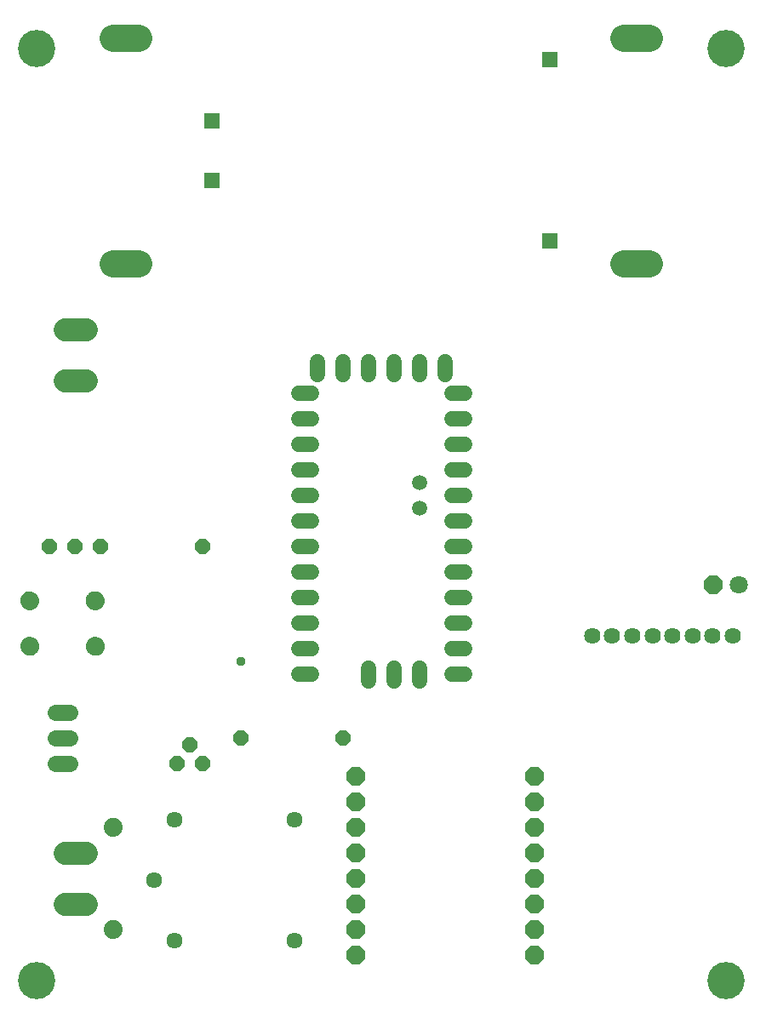
<source format=gbr>
G04 EAGLE Gerber RS-274X export*
G75*
%MOMM*%
%FSLAX34Y34*%
%LPD*%
%INSoldermask Bottom*%
%IPPOS*%
%AMOC8*
5,1,8,0,0,1.08239X$1,22.5*%
G01*
%ADD10C,3.703200*%
%ADD11P,1.951982X8X202.500000*%
%ADD12C,1.803400*%
%ADD13C,2.743200*%
%ADD14C,1.625600*%
%ADD15P,1.649562X8X22.500000*%
%ADD16P,1.649562X8X202.500000*%
%ADD17C,1.625600*%
%ADD18C,1.511200*%
%ADD19C,1.511200*%
%ADD20R,1.511200X1.511200*%
%ADD21P,2.034460X8X22.500000*%
%ADD22C,2.298700*%
%ADD23C,1.611200*%
%ADD24C,1.879600*%
%ADD25C,0.959600*%

G36*
X96074Y406913D02*
X96074Y406913D01*
X96095Y406911D01*
X97786Y407063D01*
X97832Y407076D01*
X97908Y407086D01*
X99537Y407565D01*
X99565Y407579D01*
X99586Y407583D01*
X99611Y407597D01*
X99652Y407612D01*
X101156Y408399D01*
X101195Y408428D01*
X101260Y408467D01*
X102582Y409533D01*
X102614Y409569D01*
X102671Y409620D01*
X103760Y410923D01*
X103783Y410964D01*
X103830Y411025D01*
X104643Y412516D01*
X104658Y412561D01*
X104692Y412630D01*
X105199Y414250D01*
X105205Y414298D01*
X105224Y414372D01*
X105405Y416055D01*
X105430Y416253D01*
X105427Y416304D01*
X105431Y416395D01*
X105258Y418104D01*
X105245Y418150D01*
X105233Y418226D01*
X104730Y419868D01*
X104708Y419911D01*
X104682Y419983D01*
X103868Y421496D01*
X103838Y421533D01*
X103798Y421599D01*
X102705Y422923D01*
X102668Y422955D01*
X102617Y423011D01*
X101286Y424097D01*
X101243Y424120D01*
X101182Y424166D01*
X99665Y424971D01*
X99619Y424986D01*
X99550Y425018D01*
X98697Y425274D01*
X97904Y425512D01*
X97857Y425518D01*
X97782Y425536D01*
X96195Y425688D01*
X96178Y425695D01*
X96084Y425736D01*
X96074Y425736D01*
X96066Y425740D01*
X95879Y425751D01*
X94200Y425598D01*
X94153Y425585D01*
X94078Y425575D01*
X92461Y425097D01*
X92418Y425076D01*
X92346Y425051D01*
X90854Y424267D01*
X90816Y424237D01*
X90750Y424199D01*
X89439Y423139D01*
X89408Y423103D01*
X89351Y423052D01*
X88272Y421757D01*
X88248Y421715D01*
X88202Y421654D01*
X87396Y420173D01*
X87381Y420128D01*
X87348Y420059D01*
X86847Y418450D01*
X86841Y418402D01*
X86822Y418328D01*
X86647Y416675D01*
X86600Y416419D01*
X86600Y416397D01*
X86593Y416237D01*
X86778Y414520D01*
X86791Y414473D01*
X86803Y414398D01*
X87319Y412749D01*
X87341Y412706D01*
X87367Y412635D01*
X88195Y411118D01*
X88225Y411080D01*
X88265Y411015D01*
X89373Y409689D01*
X89409Y409658D01*
X89461Y409602D01*
X90806Y408518D01*
X90848Y408495D01*
X90910Y408449D01*
X92441Y407648D01*
X92487Y407634D01*
X92556Y407602D01*
X94213Y407114D01*
X94261Y407109D01*
X94336Y407091D01*
X95804Y406959D01*
X95832Y406943D01*
X95871Y406937D01*
X95908Y406922D01*
X96004Y406917D01*
X96054Y406909D01*
X96074Y406913D01*
G37*
G36*
X31050Y406888D02*
X31050Y406888D01*
X31071Y406886D01*
X32762Y407038D01*
X32808Y407051D01*
X32884Y407061D01*
X34513Y407540D01*
X34541Y407554D01*
X34562Y407558D01*
X34587Y407572D01*
X34628Y407587D01*
X36132Y408374D01*
X36171Y408403D01*
X36236Y408442D01*
X37558Y409508D01*
X37590Y409544D01*
X37647Y409595D01*
X38736Y410898D01*
X38759Y410939D01*
X38806Y411000D01*
X39619Y412491D01*
X39634Y412536D01*
X39668Y412605D01*
X40175Y414225D01*
X40181Y414273D01*
X40200Y414347D01*
X40381Y416030D01*
X40406Y416228D01*
X40403Y416279D01*
X40407Y416370D01*
X40234Y418079D01*
X40221Y418125D01*
X40209Y418201D01*
X39706Y419843D01*
X39684Y419886D01*
X39658Y419958D01*
X38844Y421471D01*
X38814Y421508D01*
X38774Y421574D01*
X37681Y422898D01*
X37644Y422930D01*
X37593Y422986D01*
X36262Y424072D01*
X36219Y424095D01*
X36158Y424141D01*
X34641Y424946D01*
X34595Y424961D01*
X34526Y424993D01*
X33673Y425249D01*
X32880Y425487D01*
X32833Y425493D01*
X32758Y425511D01*
X31171Y425663D01*
X31154Y425670D01*
X31060Y425711D01*
X31050Y425711D01*
X31042Y425715D01*
X30855Y425726D01*
X29176Y425573D01*
X29129Y425560D01*
X29054Y425550D01*
X27437Y425072D01*
X27394Y425051D01*
X27322Y425026D01*
X25830Y424242D01*
X25792Y424212D01*
X25726Y424174D01*
X24415Y423114D01*
X24384Y423078D01*
X24327Y423027D01*
X23248Y421732D01*
X23224Y421690D01*
X23178Y421629D01*
X22372Y420148D01*
X22357Y420103D01*
X22324Y420034D01*
X21823Y418425D01*
X21817Y418377D01*
X21798Y418303D01*
X21623Y416650D01*
X21576Y416394D01*
X21576Y416372D01*
X21569Y416212D01*
X21754Y414495D01*
X21767Y414448D01*
X21779Y414373D01*
X22295Y412724D01*
X22317Y412681D01*
X22343Y412610D01*
X23171Y411093D01*
X23201Y411055D01*
X23241Y410990D01*
X24349Y409664D01*
X24385Y409633D01*
X24437Y409577D01*
X25782Y408493D01*
X25824Y408470D01*
X25886Y408424D01*
X27417Y407623D01*
X27463Y407609D01*
X27532Y407577D01*
X29189Y407089D01*
X29237Y407084D01*
X29312Y407066D01*
X30780Y406934D01*
X30808Y406918D01*
X30847Y406912D01*
X30884Y406897D01*
X30980Y406892D01*
X31030Y406884D01*
X31050Y406888D01*
G37*
G36*
X31050Y361650D02*
X31050Y361650D01*
X31071Y361648D01*
X32762Y361800D01*
X32808Y361813D01*
X32884Y361823D01*
X34513Y362302D01*
X34541Y362316D01*
X34562Y362320D01*
X34587Y362334D01*
X34628Y362349D01*
X36132Y363136D01*
X36171Y363165D01*
X36236Y363204D01*
X37558Y364270D01*
X37590Y364306D01*
X37647Y364357D01*
X38736Y365660D01*
X38759Y365701D01*
X38806Y365762D01*
X39619Y367253D01*
X39634Y367298D01*
X39668Y367367D01*
X40175Y368987D01*
X40181Y369035D01*
X40200Y369109D01*
X40381Y370792D01*
X40406Y370990D01*
X40403Y371041D01*
X40407Y371132D01*
X40234Y372841D01*
X40221Y372887D01*
X40209Y372963D01*
X39706Y374605D01*
X39684Y374648D01*
X39658Y374720D01*
X38844Y376233D01*
X38814Y376270D01*
X38774Y376336D01*
X37681Y377660D01*
X37644Y377692D01*
X37593Y377748D01*
X36262Y378834D01*
X36219Y378857D01*
X36158Y378903D01*
X34641Y379708D01*
X34595Y379723D01*
X34526Y379755D01*
X33673Y380011D01*
X32880Y380249D01*
X32833Y380255D01*
X32758Y380273D01*
X31171Y380425D01*
X31154Y380432D01*
X31060Y380473D01*
X31050Y380473D01*
X31042Y380477D01*
X30855Y380488D01*
X29176Y380335D01*
X29129Y380322D01*
X29054Y380312D01*
X27437Y379834D01*
X27394Y379813D01*
X27322Y379788D01*
X25830Y379004D01*
X25792Y378974D01*
X25726Y378936D01*
X24415Y377876D01*
X24384Y377840D01*
X24327Y377789D01*
X23248Y376494D01*
X23224Y376452D01*
X23178Y376391D01*
X22372Y374910D01*
X22357Y374865D01*
X22324Y374796D01*
X21823Y373187D01*
X21817Y373139D01*
X21798Y373065D01*
X21623Y371412D01*
X21576Y371156D01*
X21576Y371134D01*
X21569Y370974D01*
X21754Y369257D01*
X21767Y369210D01*
X21779Y369135D01*
X22295Y367486D01*
X22317Y367443D01*
X22343Y367372D01*
X23171Y365855D01*
X23201Y365817D01*
X23241Y365752D01*
X24349Y364426D01*
X24385Y364395D01*
X24437Y364339D01*
X25782Y363255D01*
X25824Y363232D01*
X25886Y363186D01*
X27417Y362385D01*
X27463Y362371D01*
X27532Y362339D01*
X29189Y361851D01*
X29237Y361846D01*
X29312Y361828D01*
X30780Y361696D01*
X30808Y361680D01*
X30847Y361674D01*
X30884Y361659D01*
X30980Y361654D01*
X31030Y361646D01*
X31050Y361650D01*
G37*
G36*
X96125Y361625D02*
X96125Y361625D01*
X96146Y361623D01*
X97837Y361775D01*
X97883Y361788D01*
X97959Y361798D01*
X99588Y362277D01*
X99616Y362291D01*
X99637Y362295D01*
X99662Y362309D01*
X99703Y362324D01*
X101207Y363111D01*
X101246Y363140D01*
X101311Y363179D01*
X102633Y364245D01*
X102665Y364281D01*
X102722Y364332D01*
X103811Y365635D01*
X103834Y365676D01*
X103881Y365737D01*
X104694Y367228D01*
X104709Y367273D01*
X104743Y367342D01*
X105250Y368962D01*
X105256Y369010D01*
X105275Y369084D01*
X105456Y370767D01*
X105481Y370965D01*
X105478Y371016D01*
X105482Y371107D01*
X105309Y372816D01*
X105296Y372862D01*
X105284Y372938D01*
X104781Y374580D01*
X104759Y374623D01*
X104733Y374695D01*
X103919Y376208D01*
X103889Y376245D01*
X103849Y376311D01*
X102756Y377635D01*
X102719Y377667D01*
X102668Y377723D01*
X101337Y378809D01*
X101294Y378832D01*
X101233Y378878D01*
X99716Y379683D01*
X99670Y379698D01*
X99601Y379730D01*
X98748Y379986D01*
X97955Y380224D01*
X97908Y380230D01*
X97833Y380248D01*
X96246Y380400D01*
X96229Y380407D01*
X96135Y380448D01*
X96125Y380448D01*
X96117Y380452D01*
X95930Y380463D01*
X94251Y380310D01*
X94204Y380297D01*
X94129Y380287D01*
X92512Y379809D01*
X92469Y379788D01*
X92397Y379763D01*
X90905Y378979D01*
X90867Y378949D01*
X90801Y378911D01*
X89490Y377851D01*
X89459Y377815D01*
X89402Y377764D01*
X88323Y376469D01*
X88299Y376427D01*
X88253Y376366D01*
X87447Y374885D01*
X87432Y374840D01*
X87399Y374771D01*
X86898Y373162D01*
X86892Y373114D01*
X86873Y373040D01*
X86698Y371387D01*
X86651Y371131D01*
X86651Y371109D01*
X86644Y370949D01*
X86829Y369232D01*
X86842Y369185D01*
X86854Y369110D01*
X87370Y367461D01*
X87392Y367418D01*
X87418Y367347D01*
X88246Y365830D01*
X88276Y365792D01*
X88316Y365727D01*
X89424Y364401D01*
X89460Y364370D01*
X89512Y364314D01*
X90857Y363230D01*
X90899Y363207D01*
X90961Y363161D01*
X92492Y362360D01*
X92538Y362346D01*
X92607Y362314D01*
X94264Y361826D01*
X94312Y361821D01*
X94387Y361803D01*
X95855Y361671D01*
X95883Y361655D01*
X95922Y361649D01*
X95959Y361634D01*
X96055Y361629D01*
X96105Y361621D01*
X96125Y361625D01*
G37*
D10*
X38100Y965200D03*
X723900Y965200D03*
X38100Y38100D03*
X723900Y38100D03*
D11*
X711200Y431800D03*
D12*
X736600Y431800D03*
D13*
X139700Y751078D02*
X114300Y751078D01*
X114300Y976122D02*
X139700Y976122D01*
X622300Y976122D02*
X647700Y976122D01*
X647700Y751078D02*
X622300Y751078D01*
D14*
X70612Y304800D02*
X56388Y304800D01*
X56388Y279400D02*
X70612Y279400D01*
X70612Y254000D02*
X56388Y254000D01*
D15*
X50800Y469900D03*
X76200Y469900D03*
D16*
X203200Y469900D03*
X101600Y469900D03*
D17*
X730400Y381000D03*
X710400Y381000D03*
X690400Y381000D03*
X670400Y381000D03*
X650400Y381000D03*
X630400Y381000D03*
X610400Y381000D03*
X590400Y381000D03*
D18*
X317500Y641160D02*
X317500Y654240D01*
X342900Y654240D02*
X342900Y641160D01*
X368300Y641160D02*
X368300Y654240D01*
X393700Y654240D02*
X393700Y641160D01*
X419100Y641160D02*
X419100Y654240D01*
X444500Y654240D02*
X444500Y641160D01*
X311340Y622300D02*
X298260Y622300D01*
X298260Y596900D02*
X311340Y596900D01*
X311340Y571500D02*
X298260Y571500D01*
X298260Y546100D02*
X311340Y546100D01*
X311340Y520700D02*
X298260Y520700D01*
X298260Y495300D02*
X311340Y495300D01*
X311340Y469900D02*
X298260Y469900D01*
X298260Y444500D02*
X311340Y444500D01*
X311340Y419100D02*
X298260Y419100D01*
X298260Y393700D02*
X311340Y393700D01*
X311340Y368300D02*
X298260Y368300D01*
X298260Y342900D02*
X311340Y342900D01*
X450660Y622300D02*
X463740Y622300D01*
X463740Y596900D02*
X450660Y596900D01*
X450660Y571500D02*
X463740Y571500D01*
X463740Y546100D02*
X450660Y546100D01*
X450660Y520700D02*
X463740Y520700D01*
X463740Y495300D02*
X450660Y495300D01*
X450660Y469900D02*
X463740Y469900D01*
X463740Y444500D02*
X450660Y444500D01*
X450660Y419100D02*
X463740Y419100D01*
X463740Y393700D02*
X450660Y393700D01*
X450660Y368300D02*
X463740Y368300D01*
X463740Y342900D02*
X450660Y342900D01*
X419100Y349440D02*
X419100Y336360D01*
X393700Y336360D02*
X393700Y349440D01*
X368300Y349440D02*
X368300Y336360D01*
D19*
X419100Y533400D03*
X419100Y508000D03*
D20*
X212500Y834300D03*
X212500Y893300D03*
X548500Y954300D03*
X548500Y774300D03*
D21*
X355600Y165100D03*
X355600Y139700D03*
X533400Y165100D03*
X533400Y139700D03*
X355600Y114300D03*
X355600Y190500D03*
X533400Y190500D03*
X533400Y114300D03*
X355600Y215900D03*
X533400Y215900D03*
X355600Y88900D03*
X533400Y88900D03*
X355600Y241300D03*
X533400Y241300D03*
X355600Y63500D03*
X533400Y63500D03*
D22*
X86678Y685800D02*
X65723Y685800D01*
X65723Y635000D02*
X86678Y635000D01*
X86678Y165100D02*
X65723Y165100D01*
X65723Y114300D02*
X86678Y114300D01*
D15*
X203200Y254000D03*
X190500Y273050D03*
X177800Y254000D03*
X241300Y279400D03*
X342900Y279400D03*
D23*
X294700Y78500D03*
X174700Y198500D03*
X154700Y138500D03*
X294700Y198500D03*
X174700Y78500D03*
D24*
X114300Y88900D03*
X114300Y190500D03*
D25*
X241300Y355600D03*
M02*

</source>
